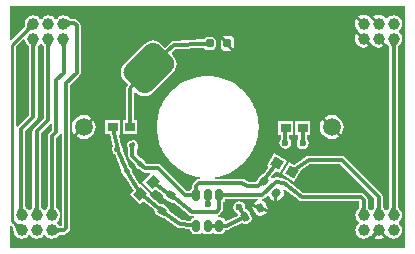
<source format=gtl>
G04*
G04 #@! TF.GenerationSoftware,Altium Limited,Altium Designer,20.1.8 (145)*
G04*
G04 Layer_Physical_Order=1*
G04 Layer_Color=255*
%FSTAX43Y43*%
%MOMM*%
G71*
G04*
G04 #@! TF.SameCoordinates,E683AD83-98AB-4380-AA0D-37E4A2E561CE*
G04*
G04*
G04 #@! TF.FilePolarity,Positive*
G04*
G01*
G75*
%ADD11C,0.250*%
G04:AMPARAMS|DCode=27|XSize=0.6mm|YSize=1mm|CornerRadius=0.15mm|HoleSize=0mm|Usage=FLASHONLY|Rotation=0.000|XOffset=0mm|YOffset=0mm|HoleType=Round|Shape=RoundedRectangle|*
%AMROUNDEDRECTD27*
21,1,0.600,0.700,0,0,0.0*
21,1,0.300,1.000,0,0,0.0*
1,1,0.300,0.150,-0.350*
1,1,0.300,-0.150,-0.350*
1,1,0.300,-0.150,0.350*
1,1,0.300,0.150,0.350*
%
%ADD27ROUNDEDRECTD27*%
G04:AMPARAMS|DCode=28|XSize=0.4mm|YSize=0.48mm|CornerRadius=0.1mm|HoleSize=0mm|Usage=FLASHONLY|Rotation=105.000|XOffset=0mm|YOffset=0mm|HoleType=Round|Shape=RoundedRectangle|*
%AMROUNDEDRECTD28*
21,1,0.400,0.280,0,0,105.0*
21,1,0.200,0.480,0,0,105.0*
1,1,0.200,0.109,0.133*
1,1,0.200,0.161,-0.060*
1,1,0.200,-0.109,-0.133*
1,1,0.200,-0.161,0.060*
%
%ADD28ROUNDEDRECTD28*%
G04:AMPARAMS|DCode=29|XSize=0.4mm|YSize=0.48mm|CornerRadius=0.1mm|HoleSize=0mm|Usage=FLASHONLY|Rotation=300.000|XOffset=0mm|YOffset=0mm|HoleType=Round|Shape=RoundedRectangle|*
%AMROUNDEDRECTD29*
21,1,0.400,0.280,0,0,300.0*
21,1,0.200,0.480,0,0,300.0*
1,1,0.200,-0.071,-0.157*
1,1,0.200,-0.171,0.017*
1,1,0.200,0.071,0.157*
1,1,0.200,0.171,-0.017*
%
%ADD29ROUNDEDRECTD29*%
%ADD30R,0.850X0.800*%
G04:AMPARAMS|DCode=31|XSize=0.8mm|YSize=0.85mm|CornerRadius=0mm|HoleSize=0mm|Usage=FLASHONLY|Rotation=60.000|XOffset=0mm|YOffset=0mm|HoleType=Round|Shape=Rectangle|*
%AMROTATEDRECTD31*
4,1,4,0.168,-0.559,-0.568,-0.134,-0.168,0.559,0.568,0.134,0.168,-0.559,0.0*
%
%ADD31ROTATEDRECTD31*%

G04:AMPARAMS|DCode=32|XSize=0.8mm|YSize=0.85mm|CornerRadius=0mm|HoleSize=0mm|Usage=FLASHONLY|Rotation=135.000|XOffset=0mm|YOffset=0mm|HoleType=Round|Shape=Rectangle|*
%AMROTATEDRECTD32*
4,1,4,0.583,0.018,-0.018,-0.583,-0.583,-0.018,0.018,0.583,0.583,0.018,0.0*
%
%ADD32ROTATEDRECTD32*%

G04:AMPARAMS|DCode=33|XSize=0.75mm|YSize=0.6mm|CornerRadius=0.15mm|HoleSize=0mm|Usage=FLASHONLY|Rotation=120.000|XOffset=0mm|YOffset=0mm|HoleType=Round|Shape=RoundedRectangle|*
%AMROUNDEDRECTD33*
21,1,0.750,0.300,0,0,120.0*
21,1,0.450,0.600,0,0,120.0*
1,1,0.300,0.017,0.270*
1,1,0.300,0.242,-0.120*
1,1,0.300,-0.017,-0.270*
1,1,0.300,-0.242,0.120*
%
%ADD33ROUNDEDRECTD33*%
G04:AMPARAMS|DCode=34|XSize=0.75mm|YSize=0.6mm|CornerRadius=0.15mm|HoleSize=0mm|Usage=FLASHONLY|Rotation=150.000|XOffset=0mm|YOffset=0mm|HoleType=Round|Shape=RoundedRectangle|*
%AMROUNDEDRECTD34*
21,1,0.750,0.300,0,0,150.0*
21,1,0.450,0.600,0,0,150.0*
1,1,0.300,-0.120,0.242*
1,1,0.300,0.270,0.017*
1,1,0.300,0.120,-0.242*
1,1,0.300,-0.270,-0.017*
%
%ADD34ROUNDEDRECTD34*%
G04:AMPARAMS|DCode=35|XSize=0.75mm|YSize=0.6mm|CornerRadius=0.15mm|HoleSize=0mm|Usage=FLASHONLY|Rotation=45.000|XOffset=0mm|YOffset=0mm|HoleType=Round|Shape=RoundedRectangle|*
%AMROUNDEDRECTD35*
21,1,0.750,0.300,0,0,45.0*
21,1,0.450,0.600,0,0,45.0*
1,1,0.300,0.265,0.053*
1,1,0.300,-0.053,-0.265*
1,1,0.300,-0.265,-0.053*
1,1,0.300,0.053,0.265*
%
%ADD35ROUNDEDRECTD35*%
G04:AMPARAMS|DCode=36|XSize=0.75mm|YSize=0.6mm|CornerRadius=0.15mm|HoleSize=0mm|Usage=FLASHONLY|Rotation=90.000|XOffset=0mm|YOffset=0mm|HoleType=Round|Shape=RoundedRectangle|*
%AMROUNDEDRECTD36*
21,1,0.750,0.300,0,0,90.0*
21,1,0.450,0.600,0,0,90.0*
1,1,0.300,0.150,0.225*
1,1,0.300,0.150,-0.225*
1,1,0.300,-0.150,-0.225*
1,1,0.300,-0.150,0.225*
%
%ADD36ROUNDEDRECTD36*%
G04:AMPARAMS|DCode=37|XSize=4mm|YSize=3mm|CornerRadius=0.75mm|HoleSize=0mm|Usage=FLASHONLY|Rotation=45.000|XOffset=0mm|YOffset=0mm|HoleType=Round|Shape=RoundedRectangle|*
%AMROUNDEDRECTD37*
21,1,4.000,1.500,0,0,45.0*
21,1,2.500,3.000,0,0,45.0*
1,1,1.500,1.414,0.354*
1,1,1.500,-0.354,-1.414*
1,1,1.500,-1.414,-0.354*
1,1,1.500,0.354,1.414*
%
%ADD37ROUNDEDRECTD37*%
%ADD38C,0.300*%
%ADD39C,1.000*%
%ADD40C,1.500*%
%ADD41C,0.600*%
%ADD42C,0.700*%
G36*
X0093607Y0106653D02*
X0093651Y0106622D01*
X0093695Y0106594D01*
X0093739Y010657D01*
X0093783Y010655D01*
X0093827Y0106533D01*
X0093871Y0106521D01*
X0093914Y0106511D01*
X0093958Y0106506D01*
X0094001Y0106504D01*
X0094033Y0106204D01*
X0093988Y0106202D01*
X0093943Y0106196D01*
X0093901Y0106185D01*
X0093859Y010617D01*
X0093818Y0106151D01*
X0093779Y0106127D01*
X0093741Y01061D01*
X0093704Y0106068D01*
X0093668Y0106032D01*
X0093633Y0105991D01*
X0093563Y0106688D01*
X0093607Y0106653D01*
D02*
G37*
G36*
X0090698Y0105804D02*
X0090637Y0105803D01*
X0090524Y0105792D01*
X0090473Y0105783D01*
X0090425Y010577D01*
X0090381Y0105754D01*
X009034Y0105735D01*
X0090302Y0105714D01*
X0090268Y0105689D01*
X0090237Y0105661D01*
X009006Y0105838D01*
X0090088Y0105869D01*
X0090113Y0105903D01*
X0090134Y0105941D01*
X0090153Y0105982D01*
X0090169Y0106026D01*
X0090182Y0106074D01*
X0090191Y0106125D01*
X0090198Y010618D01*
X0090202Y0106238D01*
X0090203Y0106299D01*
X0090698Y0105804D01*
D02*
G37*
G36*
X0092285Y0104637D02*
X0092251Y0104597D01*
X0092221Y0104557D01*
X0092195Y0104516D01*
X0092173Y0104474D01*
X0092155Y0104432D01*
X0092141Y0104389D01*
X0092131Y0104345D01*
X0092125Y0104302D01*
X0092123Y0104257D01*
X0091823D01*
X0091821Y0104302D01*
X0091815Y0104345D01*
X0091805Y0104389D01*
X0091791Y0104432D01*
X0091773Y0104474D01*
X0091751Y0104516D01*
X0091725Y0104557D01*
X0091695Y0104597D01*
X0091661Y0104637D01*
X0091623Y0104677D01*
X0092323D01*
X0092285Y0104637D01*
D02*
G37*
G36*
X0091015D02*
X0090981Y0104597D01*
X0090951Y0104557D01*
X0090925Y0104516D01*
X0090903Y0104474D01*
X0090885Y0104432D01*
X0090871Y0104389D01*
X0090861Y0104345D01*
X0090855Y0104302D01*
X0090853Y0104257D01*
X0090553D01*
X0090551Y0104302D01*
X0090545Y0104345D01*
X0090535Y0104389D01*
X0090521Y0104432D01*
X0090503Y0104474D01*
X0090481Y0104516D01*
X0090455Y0104557D01*
X0090425Y0104597D01*
X0090391Y0104637D01*
X0090353Y0104677D01*
X0091053D01*
X0091015Y0104637D01*
D02*
G37*
G36*
X009356Y0104641D02*
X0093526Y0104601D01*
X0093496Y010456D01*
X009347Y0104518D01*
X0093449Y0104476D01*
X0093431Y0104434D01*
X0093417Y0104391D01*
X0093407Y0104347D01*
X0093401Y0104303D01*
X0093399Y0104259D01*
X0093099Y0104255D01*
X0093097Y01043D01*
X0093091Y0104344D01*
X0093081Y0104387D01*
X0093067Y010443D01*
X0093049Y0104472D01*
X0093026Y0104513D01*
X0093Y0104554D01*
X009297Y0104594D01*
X0092936Y0104634D01*
X0092897Y0104673D01*
X0093597Y0104681D01*
X009356Y0104641D01*
D02*
G37*
G36*
X0090007Y010496D02*
X0090021Y0104851D01*
X0090092Y0104681D01*
X0090204Y0104535D01*
X0090215Y0104526D01*
X009024Y0104501D01*
X0090265Y0104471D01*
X0090287Y0104442D01*
X0090304Y0104413D01*
X0090319Y0104386D01*
X009033Y010436D01*
X0090338Y0104334D01*
X0090344Y0104309D01*
X0090346Y0104295D01*
Y0098556D01*
X0089397Y0097606D01*
X0089386Y0097591D01*
X0089259Y0097629D01*
Y0104392D01*
X0089873Y0105005D01*
X0090007Y010496D01*
D02*
G37*
G36*
X0092292Y0097813D02*
Y0097302D01*
X0091997Y0097006D01*
X0091919Y0096891D01*
X0091892Y0096754D01*
Y0090815D01*
X009189Y0090801D01*
X0091884Y0090776D01*
X0091876Y0090751D01*
X0091865Y0090725D01*
X009185Y0090698D01*
X0091833Y0090671D01*
X0091811Y0090642D01*
X0091786Y0090613D01*
X0091757Y0090583D01*
X0091744Y0090573D01*
X0091687Y0090499D01*
X0091529D01*
X0091472Y0090573D01*
X0091461Y0090582D01*
X0091436Y0090607D01*
X0091411Y0090637D01*
X0091389Y0090666D01*
X0091372Y0090695D01*
X0091357Y0090722D01*
X0091346Y0090748D01*
X0091338Y0090774D01*
X0091332Y0090799D01*
X009133Y0090813D01*
Y009703D01*
X0092165Y0097865D01*
X0092292Y0097813D01*
D02*
G37*
G36*
X0091474Y0104535D02*
X0091485Y0104526D01*
X009151Y0104501D01*
X0091535Y0104471D01*
X0091557Y0104442D01*
X0091574Y0104413D01*
X0091589Y0104386D01*
X00916Y010436D01*
X0091608Y0104334D01*
X0091614Y0104309D01*
X0091616Y0104295D01*
Y0098326D01*
X0090721Y009743D01*
X0090643Y0097315D01*
X0090616Y0097178D01*
Y0090813D01*
X0090614Y0090799D01*
X0090608Y0090774D01*
X00906Y0090748D01*
X0090589Y0090722D01*
X0090574Y0090695D01*
X0090557Y0090666D01*
X0090535Y0090637D01*
X009051Y0090607D01*
X0090485Y0090582D01*
X0090474Y0090573D01*
X0090417Y0090499D01*
X0090259D01*
X0090202Y0090573D01*
X0090153Y0090611D01*
X0090144Y0090623D01*
X0090109Y0090652D01*
X0090084Y0090677D01*
X0090063Y0090701D01*
X0090046Y0090724D01*
X0090032Y0090747D01*
X0090022Y0090769D01*
X0090014Y0090792D01*
X0090008Y0090815D01*
X0090006Y0090829D01*
Y0097206D01*
X0090955Y0098156D01*
X0091033Y0098271D01*
X009106Y0098408D01*
Y0104295D01*
X0091062Y0104309D01*
X0091068Y0104334D01*
X0091076Y010436D01*
X0091087Y0104386D01*
X0091102Y0104413D01*
X0091119Y0104442D01*
X0091141Y0104471D01*
X0091166Y0104501D01*
X0091191Y0104526D01*
X0091202Y0104535D01*
X0091259Y0104609D01*
X0091417D01*
X0091474Y0104535D01*
D02*
G37*
G36*
X0091125Y0090806D02*
X0091131Y0090763D01*
X0091141Y0090719D01*
X0091155Y0090676D01*
X0091173Y0090634D01*
X0091195Y0090592D01*
X0091221Y0090551D01*
X0091251Y0090511D01*
X0091285Y0090471D01*
X0091323Y0090431D01*
X0090623D01*
X0090661Y0090471D01*
X0090695Y0090511D01*
X0090725Y0090551D01*
X0090751Y0090592D01*
X0090773Y0090634D01*
X0090791Y0090676D01*
X0090805Y0090719D01*
X0090815Y0090763D01*
X0090821Y0090806D01*
X0090823Y0090851D01*
X0091123D01*
X0091125Y0090806D01*
D02*
G37*
G36*
X0092399Y0090849D02*
X0092401Y0090805D01*
X0092407Y0090761D01*
X0092417Y0090717D01*
X0092431Y0090674D01*
X0092449Y0090632D01*
X009247Y009059D01*
X0092496Y0090548D01*
X0092526Y0090507D01*
X009256Y0090467D01*
X0092597Y0090427D01*
X0091897Y0090435D01*
X0091936Y0090474D01*
X009197Y0090514D01*
X0092Y0090554D01*
X0092026Y0090595D01*
X0092049Y0090636D01*
X0092067Y0090678D01*
X0092081Y0090721D01*
X0092091Y0090764D01*
X0092097Y0090808D01*
X0092099Y0090853D01*
X0092399Y0090849D01*
D02*
G37*
G36*
X0089801Y0090819D02*
X0089808Y0090775D01*
X0089818Y0090732D01*
X0089833Y0090691D01*
X0089852Y009065D01*
X0089876Y0090611D01*
X0089904Y0090573D01*
X0089936Y0090536D01*
X0089972Y0090501D01*
X0090012Y0090467D01*
X0089316Y0090391D01*
X0089351Y0090436D01*
X008941Y0090524D01*
X0089433Y0090568D01*
X0089453Y0090612D01*
X008947Y0090656D01*
X0089483Y00907D01*
X0089492Y0090744D01*
X0089497Y0090787D01*
X0089499Y009083D01*
X0089799Y0090865D01*
X0089801Y0090819D01*
D02*
G37*
G36*
X0093055Y009699D02*
X0093092Y0096976D01*
Y0089205D01*
X0092968Y0089163D01*
X0092943Y0089169D01*
X0092917Y0089177D01*
X0092891Y0089188D01*
X0092864Y0089203D01*
X0092835Y008922D01*
X0092806Y0089242D01*
X0092776Y0089267D01*
X0092751Y0089292D01*
X0092742Y0089303D01*
X0092668Y008936D01*
Y0089518D01*
X0092742Y0089575D01*
X0092854Y0089721D01*
X0092925Y0089891D01*
X0092949Y0090074D01*
X0092925Y0090257D01*
X0092854Y0090427D01*
X0092742Y0090573D01*
X0092732Y0090581D01*
X0092712Y0090602D01*
X0092687Y0090633D01*
X0092666Y0090662D01*
X0092648Y0090691D01*
X0092633Y0090719D01*
X0092622Y0090745D01*
X0092614Y0090771D01*
X0092608Y0090797D01*
X0092606Y0090811D01*
Y0096606D01*
X0092901Y0096902D01*
X0092965Y0096997D01*
X0093055Y009699D01*
D02*
G37*
G36*
X0089268Y0089419D02*
X0089302Y0089394D01*
X008934Y0089373D01*
X0089381Y0089354D01*
X0089425Y0089338D01*
X0089473Y0089325D01*
X0089524Y0089316D01*
X0089579Y0089309D01*
X0089637Y0089305D01*
X0089698Y0089304D01*
X0089203Y0088809D01*
X0089202Y008887D01*
X0089191Y0088983D01*
X0089182Y0089034D01*
X0089169Y0089082D01*
X0089153Y0089126D01*
X0089134Y0089167D01*
X0089113Y0089205D01*
X0089088Y0089239D01*
X008906Y008927D01*
X0089237Y0089447D01*
X0089268Y0089419D01*
D02*
G37*
G36*
X009264Y0089116D02*
X009268Y0089082D01*
X009272Y0089052D01*
X0092761Y0089026D01*
X0092803Y0089004D01*
X0092845Y0088986D01*
X0092888Y0088972D01*
X0092932Y0088962D01*
X0092975Y0088956D01*
X009302Y0088954D01*
Y0088654D01*
X0092975Y0088652D01*
X0092932Y0088646D01*
X0092888Y0088636D01*
X0092845Y0088622D01*
X0092803Y0088604D01*
X0092761Y0088582D01*
X009272Y0088556D01*
X009268Y0088526D01*
X009264Y0088492D01*
X00926Y0088454D01*
Y0089154D01*
X009264Y0089116D01*
D02*
G37*
G36*
X012219Y0087313D02*
X0088708D01*
Y0089164D01*
X0088825Y0089213D01*
X0088933Y0089106D01*
X0088941Y0089094D01*
X0088953Y0089074D01*
X0088964Y008905D01*
X0088974Y0089021D01*
X0088983Y0088988D01*
X0088989Y0088954D01*
X0088998Y0088859D01*
X0088999Y0088819D01*
X0088997Y0088804D01*
X0089021Y0088621D01*
X0089092Y0088451D01*
X0089204Y0088305D01*
X008935Y0088193D01*
X008952Y0088122D01*
X0089703Y0088098D01*
X0089886Y0088122D01*
X0090056Y0088193D01*
X0090202Y0088305D01*
X0090259Y0088379D01*
X0090417D01*
X0090474Y0088305D01*
X009062Y0088193D01*
X009079Y0088122D01*
X0090973Y0088098D01*
X0091156Y0088122D01*
X0091326Y0088193D01*
X0091472Y0088305D01*
X0091529Y0088379D01*
X0091687D01*
X0091744Y0088305D01*
X009189Y0088193D01*
X009206Y0088122D01*
X0092243Y0088098D01*
X0092426Y0088122D01*
X0092596Y0088193D01*
X0092742Y0088305D01*
X0092751Y0088316D01*
X0092776Y0088341D01*
X0092806Y0088366D01*
X0092835Y0088388D01*
X0092864Y0088405D01*
X0092891Y008842D01*
X0092917Y0088431D01*
X0092943Y0088439D01*
X0092968Y0088445D01*
X0092982Y0088447D01*
X0093273D01*
X009341Y0088474D01*
X0093526Y0088552D01*
X0093701Y0088727D01*
X0093779Y0088843D01*
X0093806Y008898D01*
Y0101106D01*
X0094601Y0101902D01*
X0094679Y0102017D01*
X0094706Y0102154D01*
Y0106178D01*
X0094679Y0106315D01*
X0094601Y0106431D01*
X0094426Y0106606D01*
X009431Y0106684D01*
X0094173Y0106711D01*
X0093962D01*
X0093948Y0106713D01*
X009392Y0106718D01*
X0093892Y0106727D01*
X0093862Y0106738D01*
X0093831Y0106753D01*
X0093798Y010677D01*
X0093765Y0106791D01*
X009373Y0106816D01*
X009369Y0106848D01*
X0093673Y0106857D01*
X0093596Y0106915D01*
X0093426Y0106986D01*
X0093243Y010701D01*
X009306Y0106986D01*
X009289Y0106915D01*
X0092744Y0106803D01*
X0092687Y0106729D01*
X0092529D01*
X0092472Y0106803D01*
X0092326Y0106915D01*
X0092156Y0106986D01*
X0091973Y010701D01*
X009179Y0106986D01*
X009162Y0106915D01*
X0091474Y0106803D01*
X0091417Y0106729D01*
X0091259D01*
X0091202Y0106803D01*
X0091056Y0106915D01*
X0090886Y0106986D01*
X0090703Y010701D01*
X009052Y0106986D01*
X009035Y0106915D01*
X0090204Y0106803D01*
X0090092Y0106657D01*
X0090021Y0106487D01*
X0089997Y0106304D01*
X0089999Y0106289D01*
X0089998Y0106246D01*
X0089995Y0106199D01*
X008999Y0106157D01*
X0089983Y010612D01*
X0089974Y0106087D01*
X0089964Y0106058D01*
X0089953Y0106034D01*
X0089941Y0106014D01*
X0089933Y0106002D01*
X0088825Y0104895D01*
X0088708Y0104944D01*
Y0107795D01*
X012219D01*
Y0087313D01*
D02*
G37*
%LPC*%
G36*
X0119925Y0107065D02*
X0119728Y0107039D01*
X0119545Y0106963D01*
X0119489Y010692D01*
X0120015Y0106394D01*
X0119835Y0106214D01*
X0119252Y0106798D01*
X0119227D01*
X0119193Y0106842D01*
X0119035Y0106963D01*
X0118852Y0107039D01*
X0118655Y0107065D01*
X0118458Y0107039D01*
X0118275Y0106963D01*
X0118219Y010692D01*
X0118745Y0106394D01*
X0118565Y0106214D01*
X0118039Y010674D01*
X0117996Y0106684D01*
X011792Y0106501D01*
X0117894Y0106304D01*
X011792Y0106107D01*
X0117996Y0105924D01*
X0118117Y0105766D01*
X0118161Y0105732D01*
Y0105707D01*
X0118745Y0105124D01*
X0119328Y010454D01*
X0119354D01*
X0119387Y0104496D01*
X0119545Y0104375D01*
X0119728Y0104299D01*
X0119925Y0104273D01*
X0120122Y0104299D01*
X0120305Y0104375D01*
X0120361Y0104418D01*
X0119835Y0104944D01*
X0120015Y0105124D01*
X0120576Y0104563D01*
X0120674D01*
X0120696Y0104535D01*
X0120707Y0104526D01*
X0120732Y0104501D01*
X0120757Y0104471D01*
X0120779Y0104442D01*
X0120796Y0104413D01*
X0120811Y0104386D01*
X0120822Y010436D01*
X012083Y0104334D01*
X0120836Y0104309D01*
X0120838Y0104295D01*
Y0090813D01*
X0120836Y0090799D01*
X012083Y0090774D01*
X0120822Y0090748D01*
X0120811Y0090722D01*
X0120796Y0090695D01*
X0120779Y0090666D01*
X0120757Y0090637D01*
X0120732Y0090607D01*
X0120707Y0090582D01*
X0120696Y0090573D01*
X0120639Y0090499D01*
X0120481D01*
X0120424Y0090573D01*
X0120413Y0090582D01*
X0120388Y0090607D01*
X0120363Y0090637D01*
X0120341Y0090666D01*
X0120324Y0090695D01*
X0120309Y0090722D01*
X0120298Y0090748D01*
X012029Y0090774D01*
X0120284Y0090799D01*
X0120282Y0090813D01*
Y0091653D01*
X0120255Y009179D01*
X0120177Y0091905D01*
X0117051Y0095031D01*
X0116936Y0095109D01*
X0116799Y0095136D01*
X0114024D01*
X0113987Y0095129D01*
X011395Y0095128D01*
X011392Y0095115D01*
X0113887Y0095109D01*
X0113856Y0095088D01*
X0113822Y0095073D01*
X0112757Y0094341D01*
X0112311Y0094599D01*
X0111711Y0093559D01*
X0112793Y0092934D01*
X0113334Y0093871D01*
X0114135Y0094422D01*
X0116651D01*
X0119568Y0091505D01*
Y0090813D01*
X0119566Y0090799D01*
X011956Y0090774D01*
X0119552Y0090748D01*
X0119541Y0090722D01*
X0119526Y0090695D01*
X0119509Y0090666D01*
X0119487Y0090637D01*
X0119462Y0090607D01*
X0119437Y0090582D01*
X0119426Y0090573D01*
X0119369Y0090499D01*
X0119211D01*
X0119154Y0090573D01*
X0119141Y0090583D01*
X0119112Y0090613D01*
X0119087Y0090642D01*
X0119065Y0090671D01*
X0119048Y0090698D01*
X0119033Y0090725D01*
X0119022Y0090751D01*
X0119014Y0090776D01*
X0119008Y0090801D01*
X0119006Y0090815D01*
Y0091379D01*
X0118979Y0091516D01*
X0118901Y0091631D01*
X0118651Y0091881D01*
X0118536Y0091959D01*
X0118399Y0091986D01*
X0113545D01*
X0112141Y0093062D01*
X0112133Y0093066D01*
X0112127Y0093073D01*
X0112071Y0093097D01*
X0112016Y0093124D01*
X0112007Y0093124D01*
X0111999Y0093128D01*
X0111299Y0093278D01*
X0111267Y0093278D01*
X0111236Y0093286D01*
X0111198Y0093279D01*
X011116Y009328D01*
X011113Y0093268D01*
X0111098Y0093263D01*
X0111066Y0093243D01*
X011103Y0093229D01*
X0111017Y0093216D01*
X0110972Y0093216D01*
X011091Y0093232D01*
X0110868Y0093258D01*
X0110857Y0093287D01*
X0111251Y0093825D01*
X0111537Y0093659D01*
X0112137Y0094699D01*
X0111055Y0095324D01*
X0110455Y0094284D01*
X0110547Y0094231D01*
X0110573Y0094107D01*
X01102Y0093597D01*
X011011Y0093579D01*
X0109994Y0093502D01*
X0109676Y0093184D01*
X0109599Y0093068D01*
X0109572Y0092931D01*
X0109448Y0092911D01*
X0108916D01*
X0108541Y0093117D01*
X0108522Y0093123D01*
X0108506Y0093134D01*
X0108456Y0093144D01*
X0108408Y0093159D01*
X0108389Y0093157D01*
X0108369Y0093161D01*
X0106065D01*
X0106057Y0093288D01*
X0106275Y0093317D01*
X0106291Y0093322D01*
X0106308Y0093323D01*
X0106821Y0093461D01*
X0106836Y0093468D01*
X0106853Y0093471D01*
X0107343Y0093675D01*
X0107357Y0093684D01*
X0107374Y009369D01*
X0107833Y0093955D01*
X0107846Y0093966D01*
X0107862Y0093974D01*
X0108283Y0094297D01*
X0108294Y009431D01*
X0108308Y0094319D01*
X0108684Y0094695D01*
X0108693Y0094709D01*
X0108706Y009472D01*
X0109029Y0095141D01*
X0109037Y0095157D01*
X0109048Y009517D01*
X0109313Y0095629D01*
X0109319Y0095646D01*
X0109328Y009566D01*
X0109532Y009615D01*
X0109535Y0096167D01*
X0109542Y0096182D01*
X010968Y0096695D01*
X0109681Y0096712D01*
X0109686Y0096728D01*
X0109756Y0097255D01*
X0109755Y0097272D01*
X0109758Y0097289D01*
Y0097819D01*
X0109755Y0097836D01*
X0109756Y0097853D01*
X0109686Y009838D01*
X0109681Y0098396D01*
X010968Y0098413D01*
X0109542Y0098926D01*
X0109535Y0098941D01*
X0109532Y0098958D01*
X0109328Y0099448D01*
X0109319Y0099462D01*
X0109313Y0099479D01*
X0109048Y0099938D01*
X0109037Y0099951D01*
X0109029Y0099967D01*
X0108706Y0100388D01*
X0108693Y0100399D01*
X0108684Y0100413D01*
X0108308Y0100789D01*
X0108294Y0100798D01*
X0108283Y0100811D01*
X0107862Y0101134D01*
X0107846Y0101142D01*
X0107833Y0101153D01*
X0107374Y0101418D01*
X0107357Y0101424D01*
X0107343Y0101433D01*
X0106853Y0101637D01*
X0106836Y010164D01*
X0106821Y0101647D01*
X0106308Y0101785D01*
X0106291Y0101786D01*
X0106275Y0101791D01*
X0105748Y0101861D01*
X0105731Y010186D01*
X0105714Y0101863D01*
X0105184D01*
X0105167Y010186D01*
X010515Y0101861D01*
X0104623Y0101791D01*
X0104607Y0101786D01*
X010459Y0101785D01*
X0104077Y0101647D01*
X0104062Y010164D01*
X0104045Y0101637D01*
X0103555Y0101433D01*
X0103541Y0101424D01*
X0103524Y0101418D01*
X0103065Y0101153D01*
X0103052Y0101142D01*
X0103036Y0101134D01*
X0102615Y0100811D01*
X0102604Y0100798D01*
X010259Y0100789D01*
X0102214Y0100413D01*
X0102205Y0100399D01*
X0102192Y0100388D01*
X0101869Y0099967D01*
X0101861Y0099951D01*
X010185Y0099938D01*
X0101585Y0099479D01*
X0101579Y0099462D01*
X010157Y0099448D01*
X0101366Y0098958D01*
X0101363Y0098941D01*
X0101356Y0098926D01*
X0101218Y0098413D01*
X0101217Y0098396D01*
X0101212Y009838D01*
X0101142Y0097853D01*
X0101143Y0097836D01*
X010114Y0097819D01*
Y0097289D01*
X0101143Y0097272D01*
X0101142Y0097255D01*
X0101212Y0096728D01*
X0101217Y0096712D01*
X0101218Y0096695D01*
X0101356Y0096182D01*
X0101363Y0096167D01*
X0101366Y009615D01*
X010157Y009566D01*
X0101579Y0095646D01*
X0101585Y0095629D01*
X010185Y009517D01*
X0101861Y0095157D01*
X0101869Y0095141D01*
X0102192Y009472D01*
X0102205Y0094709D01*
X0102214Y0094695D01*
X010259Y0094319D01*
X0102604Y009431D01*
X0102615Y0094297D01*
X0103036Y0093974D01*
X0103052Y0093966D01*
X0103065Y0093955D01*
X0103524Y009369D01*
X0103541Y0093684D01*
X0103555Y0093675D01*
X0104045Y0093471D01*
X0104062Y0093468D01*
X0104077Y0093461D01*
X010459Y0093323D01*
X0104607Y0093322D01*
X0104623Y0093317D01*
X0104841Y0093288D01*
X0104833Y0093161D01*
X0104724D01*
X0104587Y0093134D01*
X0104472Y0093056D01*
X0104247Y0092831D01*
X0104169Y0092716D01*
X0104142Y0092579D01*
Y0092437D01*
X0104097Y0092406D01*
X0104019Y0092291D01*
X0103994Y0092161D01*
X0103672D01*
X0101526Y0094306D01*
X0101411Y0094384D01*
X0101274Y0094411D01*
X0100298D01*
X0100217Y0094493D01*
X0100182Y0094595D01*
X0100082Y0094769D01*
X0100003Y0094858D01*
X0099896Y0094911D01*
X0099791Y0094918D01*
X0099443Y0095266D01*
Y0095708D01*
X0099513Y0095787D01*
X0099551Y00959D01*
X0099543Y0096019D01*
X0099491Y0096212D01*
X0099439Y0096319D01*
X0099349Y0096398D01*
X0099236Y0096436D01*
X0099117Y0096428D01*
X0098846Y0096356D01*
X0098739Y0096303D01*
X009866Y0096213D01*
X0098622Y00961D01*
X009863Y0095981D01*
X0098682Y0095788D01*
X009873Y0095691D01*
Y0095118D01*
X0098757Y0094982D01*
X0098834Y0094866D01*
X0099275Y0094425D01*
X0099309Y0094323D01*
X0099409Y0094149D01*
X0099488Y009406D01*
X0099595Y0094007D01*
X00997Y0094D01*
X0099898Y0093802D01*
X0100014Y0093724D01*
X0100151Y0093697D01*
X0100553D01*
X0100601Y009358D01*
X009992Y0092899D01*
X0100769Y009205D01*
X0101015Y0092296D01*
X0101701Y0091778D01*
X0101709Y0091644D01*
X0101771Y0091519D01*
X0101876Y0091427D01*
X0102265Y0091202D01*
X0102397Y0091157D01*
X0102499Y0091164D01*
X0103865Y0090098D01*
X0103908Y0090076D01*
X0103948Y0090049D01*
X010397Y0090045D01*
X010399Y0090035D01*
X0104038Y0090032D01*
X0104085Y0090022D01*
X0104258D01*
X010427Y0089895D01*
X0104212Y0089884D01*
X0104097Y0089806D01*
X0104019Y0089691D01*
X0104003Y0089608D01*
X0103278Y0089675D01*
X0102196Y0090449D01*
X0102189Y0090564D01*
X0102127Y0090689D01*
X0102022Y0090781D01*
X0101633Y0091006D01*
X0101501Y0091051D01*
X0101404Y0091044D01*
X0100563Y0091711D01*
X0100556Y0091838D01*
X0100628Y0091909D01*
X0099779Y0092758D01*
X0099773Y0092752D01*
X0099647Y0092767D01*
X009907Y0093717D01*
X0099077Y0093822D01*
X0099039Y0093935D01*
X0098939Y0094109D01*
X009886Y0094198D01*
X009881Y0094223D01*
X0098261Y0095514D01*
X0098276Y0095558D01*
X0098268Y0095677D01*
X0098216Y009587D01*
X0098163Y0095977D01*
X0098099Y0096034D01*
X0097931Y0096856D01*
X0098011Y0096954D01*
X0098049D01*
Y0098154D01*
X0096799D01*
Y0096954D01*
X0097182D01*
X00974Y0095888D01*
X0097385Y0095871D01*
X0097347Y0095758D01*
X0097355Y0095639D01*
X0097407Y0095446D01*
X0097459Y0095339D01*
X0097549Y009526D01*
X00976Y0095243D01*
X0098156Y0093936D01*
X0098136Y0093895D01*
X0098128Y0093776D01*
X0098166Y0093663D01*
X0098266Y0093489D01*
X0098345Y00934D01*
X0098452Y0093347D01*
X009846Y0093346D01*
X0099181Y0092159D01*
X0098895Y0091874D01*
X0099744Y0091025D01*
X0099981Y0091262D01*
X0100953Y0090491D01*
X010095Y0090484D01*
X0100959Y0090345D01*
X0101021Y009022D01*
X0101126Y0090128D01*
X0101515Y0089903D01*
X0101647Y0089858D01*
X0101782Y0089867D01*
X0102942Y0089039D01*
X0102964Y0089029D01*
X0102983Y0089013D01*
X0103027Y0089D01*
X0103068Y0088981D01*
X0103093Y0088981D01*
X0103116Y0088974D01*
X0103992Y0088893D01*
Y0088854D01*
X0104019Y0088717D01*
X0104097Y0088602D01*
X0104212Y0088524D01*
X0104349Y0088497D01*
X0104649D01*
X0104786Y0088524D01*
X0104896Y0088598D01*
X010493Y0088615D01*
X0105018D01*
X0105052Y0088598D01*
X0105162Y0088524D01*
X0105299Y0088497D01*
X0105599D01*
X0105736Y0088524D01*
X0105846Y0088598D01*
X010588Y0088615D01*
X0105968D01*
X0106002Y0088598D01*
X0106112Y0088524D01*
X0106249Y0088497D01*
X0106549D01*
X0106686Y0088524D01*
X0106801Y0088602D01*
X0106879Y0088717D01*
X0106904Y0088847D01*
X0107099D01*
X0107112Y008885D01*
X0107124Y0088848D01*
X0107179Y0088863D01*
X0107236Y0088874D01*
X0107246Y0088881D01*
X0107259Y0088885D01*
X0108342Y0089427D01*
X0108365Y0089401D01*
X010849Y0089339D01*
X0108629Y008933D01*
X010876Y0089375D01*
X010902Y0089525D01*
X0109125Y0089617D01*
X0109187Y0089742D01*
X0109196Y0089881D01*
X0109151Y0090013D01*
X0108926Y0090402D01*
X0108834Y0090507D01*
X0108709Y0090569D01*
X0108632Y0090691D01*
X0108643Y0090744D01*
X0108604Y009094D01*
X0108493Y0091105D01*
X0108328Y0091215D01*
X0108133Y0091254D01*
X0107938Y0091215D01*
X0107772Y0091105D01*
X0107662Y009094D01*
X0107623Y0090744D01*
X0107662Y0090549D01*
X0107772Y0090384D01*
X0107938Y0090274D01*
X0108007Y0090174D01*
X0107984Y0090045D01*
X0107025Y0089566D01*
X0106896Y0089603D01*
X0106879Y0089691D01*
X0106801Y0089806D01*
X0106686Y0089884D01*
X0106549Y0089911D01*
X0106318D01*
X0106296Y0090038D01*
X0106304Y0090041D01*
X0106348Y0090049D01*
X0106369Y0090063D01*
X0106393Y0090072D01*
X0106427Y0090102D01*
X0106464Y0090127D01*
X0106478Y0090148D01*
X0106497Y0090165D01*
X0106684Y0090415D01*
X0106704Y0090455D01*
X0106729Y0090492D01*
X0106734Y0090517D01*
X0106745Y009054D01*
X0106747Y0090585D01*
X0106756Y0090629D01*
Y0091171D01*
X0106801Y0091202D01*
X0106879Y0091317D01*
X0106905Y0091451D01*
X0109725Y009147D01*
X0109747Y0091343D01*
X010971Y0091331D01*
X010945Y0091181D01*
X0109329Y0091075D01*
X0109316Y0091047D01*
X0109894Y0090892D01*
X0109828Y0090646D01*
X010925Y0090801D01*
X0109248Y009077D01*
X0109299Y0090618D01*
X0109524Y0090228D01*
X010963Y0090107D01*
X0109775Y0090036D01*
X0109935Y0090026D01*
X0110087Y0090077D01*
X0110347Y0090227D01*
X0110468Y0090333D01*
X0110482Y0090361D01*
X0109903Y0090516D01*
X0109969Y0090762D01*
X0110547Y0090607D01*
X0110549Y0090638D01*
X0110498Y009079D01*
X0110273Y009118D01*
X0110167Y0091301D01*
X0110067Y009135D01*
X011009Y009148D01*
X0110113Y0091485D01*
X0110175Y0091495D01*
X0110181Y0091499D01*
X0110188Y00915D01*
X011024Y0091535D01*
X0110293Y0091568D01*
X0110488Y0091752D01*
X011057Y0091725D01*
X0110618Y0091699D01*
X0110698Y0091579D01*
X011091Y0091367D01*
X0111044Y0091278D01*
X0111074Y0091272D01*
Y0091871D01*
X0111328D01*
Y0091272D01*
X0111359Y0091278D01*
X0111493Y0091367D01*
X0111811Y0091685D01*
X01119Y0091819D01*
X0111931Y0091977D01*
X01119Y0092134D01*
X0111827Y0092244D01*
X0111921Y0092332D01*
X0113207Y0091346D01*
X0113249Y0091325D01*
X0113287Y0091299D01*
X0113311Y0091295D01*
X0113332Y0091284D01*
X0113378Y0091281D01*
X0113424Y0091272D01*
X0118251D01*
X0118292Y0091231D01*
Y0090811D01*
X011829Y0090797D01*
X0118284Y0090771D01*
X0118276Y0090745D01*
X0118265Y0090719D01*
X011825Y0090691D01*
X0118232Y0090662D01*
X0118211Y0090633D01*
X0118186Y0090602D01*
X0118166Y0090581D01*
X0118156Y0090573D01*
X0118044Y0090427D01*
X0117973Y0090257D01*
X0117949Y0090074D01*
X0117973Y0089891D01*
X0118044Y0089721D01*
X0118156Y0089575D01*
X011823Y0089518D01*
Y008936D01*
X0118156Y0089303D01*
X0118044Y0089157D01*
X0117973Y0088987D01*
X0117949Y0088804D01*
X0117973Y0088621D01*
X0118044Y0088451D01*
X0118156Y0088305D01*
X0118302Y0088193D01*
X0118472Y0088122D01*
X0118655Y0088098D01*
X0118838Y0088122D01*
X0119008Y0088193D01*
X0119154Y0088305D01*
X0119176Y0088333D01*
X011932D01*
X0119299Y0088355D01*
X0119329Y0088387D01*
X0119355Y0088421D01*
X0119378Y0088456D01*
X0119397Y0088493D01*
X0119412Y0088531D01*
X0119423Y008857D01*
X011943Y008861D01*
X0119434Y0088651D01*
X0119433Y0088694D01*
X0119429Y0088738D01*
X0119859Y0088308D01*
X0119815Y0088312D01*
X0119772Y0088313D01*
X0119731Y0088309D01*
X0119691Y0088302D01*
X0119652Y0088291D01*
X0119614Y0088276D01*
X0119577Y0088257D01*
X0119542Y0088234D01*
X0119508Y0088208D01*
X0119488Y0088189D01*
X0119545Y0088145D01*
X0119728Y0088069D01*
X0119925Y0088043D01*
X0120122Y0088069D01*
X0120305Y0088145D01*
X0120361Y0088188D01*
X0119835Y0088714D01*
X0120015Y0088894D01*
X0120576Y0088333D01*
X0120674D01*
X0120696Y0088305D01*
X0120842Y0088193D01*
X0121012Y0088122D01*
X0121195Y0088098D01*
X0121378Y0088122D01*
X0121548Y0088193D01*
X0121694Y0088305D01*
X0121806Y0088451D01*
X0121877Y0088621D01*
X0121901Y0088804D01*
X0121877Y0088987D01*
X0121806Y0089157D01*
X0121694Y0089303D01*
X012162Y008936D01*
Y0089518D01*
X0121694Y0089575D01*
X0121806Y0089721D01*
X0121877Y0089891D01*
X0121901Y0090074D01*
X0121877Y0090257D01*
X0121806Y0090427D01*
X0121694Y0090573D01*
X0121683Y0090582D01*
X0121658Y0090607D01*
X0121633Y0090637D01*
X0121611Y0090666D01*
X0121594Y0090695D01*
X0121579Y0090722D01*
X0121568Y0090748D01*
X012156Y0090774D01*
X0121554Y0090799D01*
X0121552Y0090813D01*
Y0104295D01*
X0121554Y0104309D01*
X012156Y0104334D01*
X0121568Y010436D01*
X0121579Y0104386D01*
X0121594Y0104413D01*
X0121611Y0104442D01*
X0121633Y0104471D01*
X0121658Y0104501D01*
X0121683Y0104526D01*
X0121694Y0104535D01*
X0121806Y0104681D01*
X0121877Y0104851D01*
X0121901Y0105034D01*
X0121877Y0105217D01*
X0121806Y0105387D01*
X0121694Y0105533D01*
X012162Y010559D01*
Y0105748D01*
X0121694Y0105805D01*
X0121806Y0105951D01*
X0121877Y0106121D01*
X0121901Y0106304D01*
X0121877Y0106487D01*
X0121806Y0106657D01*
X0121694Y0106803D01*
X0121548Y0106915D01*
X0121378Y0106986D01*
X0121195Y010701D01*
X0121012Y0106986D01*
X0120842Y0106915D01*
X0120696Y0106803D01*
X0120674Y0106775D01*
X0120514D01*
X0120463Y0106842D01*
X0120305Y0106963D01*
X0120122Y0107039D01*
X0119925Y0107065D01*
D02*
G37*
G36*
X0107274Y0105266D02*
X0106974D01*
X0106816Y0105235D01*
X010679Y0105217D01*
X0107214Y0104794D01*
X0107034Y0104614D01*
X0106611Y0105038D01*
X0106593Y0105012D01*
X0106562Y0104854D01*
Y0104404D01*
X0106593Y0104246D01*
X0106683Y0104113D01*
X0106816Y0104023D01*
X0106974Y0103992D01*
X0107274D01*
X0107432Y0104023D01*
X0107458Y0104041D01*
X0107034Y0104464D01*
X0107214Y0104644D01*
X0107637Y010422D01*
X0107655Y0104246D01*
X0107686Y0104404D01*
Y0104854D01*
X0107655Y0105012D01*
X0107565Y0105145D01*
X0107432Y0105235D01*
X0107274Y0105266D01*
D02*
G37*
G36*
X0105774Y0105211D02*
X0105474D01*
X0105337Y0105184D01*
X0105222Y0105106D01*
X0105144Y0104991D01*
X0105139Y0104962D01*
X0102556Y0104835D01*
X0102505Y0104822D01*
X0102452Y0104814D01*
X0102438Y0104806D01*
X0102421Y0104802D01*
X0102378Y010477D01*
X0102333Y0104742D01*
X0101825Y0104276D01*
X010148Y0104621D01*
X0101282Y0104773D01*
X0101051Y0104869D01*
X0100803Y0104901D01*
X0100555Y0104869D01*
X0100323Y0104773D01*
X0100125Y0104621D01*
X0098357Y0102853D01*
X0098205Y0102655D01*
X0098109Y0102423D01*
X0098077Y0102175D01*
X0098109Y0101927D01*
X0098205Y0101696D01*
X0098357Y0101498D01*
X0098717Y0101138D01*
X0098609Y0101018D01*
X0098578Y0100966D01*
X0098544Y0100916D01*
X0098542Y0100906D01*
X0098538Y0100898D01*
X0098529Y0100838D01*
X0098517Y0100779D01*
Y0098154D01*
X0098249D01*
Y0096954D01*
X0099499D01*
Y0098154D01*
X0099231D01*
Y0100458D01*
X0099348Y0100507D01*
X0099418Y0100437D01*
X0099616Y0100285D01*
X0099847Y0100189D01*
X0100095Y0100157D01*
X0100343Y0100189D01*
X0100575Y0100285D01*
X0100773Y0100437D01*
X0102541Y0102205D01*
X0102693Y0102403D01*
X0102789Y0102635D01*
X0102821Y0102883D01*
X0102789Y0103131D01*
X0102693Y0103362D01*
X0102541Y010356D01*
X0102395Y0103706D01*
X0102398Y0103833D01*
X010272Y0104129D01*
X0105157Y0104249D01*
X0105222Y0104152D01*
X0105337Y0104074D01*
X0105474Y0104047D01*
X0105774D01*
X0105911Y0104074D01*
X0106026Y0104152D01*
X0106104Y0104267D01*
X0106131Y0104404D01*
Y0104854D01*
X0106104Y0104991D01*
X0106026Y0105106D01*
X0105911Y0105184D01*
X0105774Y0105211D01*
D02*
G37*
G36*
X0118039Y010547D02*
X0117996Y0105414D01*
X011792Y0105231D01*
X0117894Y0105034D01*
X011792Y0104837D01*
X0117996Y0104654D01*
X0118117Y0104496D01*
X0118275Y0104375D01*
X0118458Y0104299D01*
X0118655Y0104273D01*
X0118852Y0104299D01*
X0119035Y0104375D01*
X0119091Y0104418D01*
X0118565Y0104944D01*
X0118039Y010547D01*
D02*
G37*
G36*
X0115949Y0098567D02*
X0115687Y0098532D01*
X0115443Y0098431D01*
X0115335Y0098348D01*
X0116039Y0097644D01*
X0116743Y009694D01*
X0116826Y0097048D01*
X0116927Y0097292D01*
X0116962Y0097554D01*
X0116927Y0097816D01*
X0116826Y009806D01*
X0116665Y009827D01*
X0116455Y0098431D01*
X0116211Y0098532D01*
X0115949Y0098567D01*
D02*
G37*
G36*
X0094949D02*
X0094687Y0098532D01*
X0094443Y0098431D01*
X0094233Y009827D01*
X0094072Y009806D01*
X0093971Y0097816D01*
X0093936Y0097554D01*
X0093971Y0097292D01*
X0094072Y0097048D01*
X0094155Y009694D01*
X0094859Y0097644D01*
X0095563Y0098348D01*
X0095455Y0098431D01*
X0095211Y0098532D01*
X0094949Y0098567D01*
D02*
G37*
G36*
X0115155Y0098168D02*
X0115072Y009806D01*
X0114971Y0097816D01*
X0114936Y0097554D01*
X0114971Y0097292D01*
X0115072Y0097048D01*
X0115233Y0096838D01*
X0115443Y0096677D01*
X0115687Y0096576D01*
X0115949Y0096541D01*
X0116211Y0096576D01*
X0116455Y0096677D01*
X0116563Y009676D01*
X0115859Y0097464D01*
X0115155Y0098168D01*
D02*
G37*
G36*
X0095743Y0098168D02*
X0095039Y0097464D01*
X0094335Y009676D01*
X0094443Y0096677D01*
X0094687Y0096576D01*
X0094949Y0096541D01*
X0095211Y0096576D01*
X0095455Y0096677D01*
X0095665Y0096838D01*
X0095826Y0097048D01*
X0095927Y0097292D01*
X0095962Y0097554D01*
X0095927Y0097816D01*
X0095826Y009806D01*
X0095743Y0098168D01*
D02*
G37*
G36*
X0112674Y0098054D02*
X0111424D01*
Y0096854D01*
X0111667D01*
Y0096587D01*
X0111666Y0096581D01*
X0111664Y0096567D01*
X0111664Y0096565D01*
X0111664Y0096564D01*
X0111553Y0096399D01*
X0111514Y0096204D01*
X0111553Y0096009D01*
X0111664Y0095844D01*
X0111829Y0095733D01*
X0112024Y0095694D01*
X0112219Y0095733D01*
X0112384Y0095844D01*
X0112495Y0096009D01*
X0112534Y0096204D01*
X0112495Y0096399D01*
X0112384Y0096564D01*
X0112384Y0096565D01*
X0112384Y0096567D01*
X0112382Y0096578D01*
X0112381Y0096592D01*
Y0096854D01*
X0112674D01*
Y0098054D01*
D02*
G37*
G36*
X0114124D02*
X0112874D01*
Y0096854D01*
X0113142D01*
Y0096562D01*
X0113141Y0096556D01*
X0113139Y0096542D01*
X0113139Y009654D01*
X0113139Y0096539D01*
X0113028Y0096374D01*
X0112989Y0096179D01*
X0113028Y0095984D01*
X0113139Y0095819D01*
X0113304Y0095708D01*
X0113499Y0095669D01*
X0113694Y0095708D01*
X0113859Y0095819D01*
X011397Y0095984D01*
X0114009Y0096179D01*
X011397Y0096374D01*
X0113859Y0096539D01*
X0113859Y009654D01*
X0113859Y0096542D01*
X0113857Y0096553D01*
X0113856Y0096567D01*
Y0096854D01*
X0114124D01*
Y0098054D01*
D02*
G37*
%LPD*%
G36*
X0121507Y0104637D02*
X0121473Y0104597D01*
X0121443Y0104557D01*
X0121417Y0104516D01*
X0121395Y0104474D01*
X0121377Y0104432D01*
X0121363Y0104389D01*
X0121353Y0104345D01*
X0121347Y0104302D01*
X0121345Y0104257D01*
X0121045D01*
X0121043Y0104302D01*
X0121037Y0104345D01*
X0121027Y0104389D01*
X0121013Y0104432D01*
X0120995Y0104474D01*
X0120973Y0104516D01*
X0120947Y0104557D01*
X0120917Y0104597D01*
X0120883Y0104637D01*
X0120845Y0104677D01*
X0121545D01*
X0121507Y0104637D01*
D02*
G37*
G36*
X0105612Y0091416D02*
X0105618Y0091358D01*
X0105623Y0091332D01*
X010563Y0091309D01*
X0105637Y0091288D01*
X0105645Y0091269D01*
X0105655Y0091252D01*
X0105665Y0091237D01*
X0105677Y0091225D01*
X0105257Y0091212D01*
X0105268Y0091225D01*
X0105278Y009124D01*
X0105287Y0091258D01*
X0105294Y0091277D01*
X01053Y0091299D01*
X0105304Y0091323D01*
X0105308Y0091348D01*
X010531Y0091376D01*
X010531Y0091439D01*
X010561Y0091448D01*
X0105612Y0091416D01*
D02*
G37*
G36*
X0121347Y0090806D02*
X0121353Y0090763D01*
X0121363Y0090719D01*
X0121377Y0090676D01*
X0121395Y0090634D01*
X0121417Y0090592D01*
X0121443Y0090551D01*
X0121473Y0090511D01*
X0121507Y0090471D01*
X0121545Y0090431D01*
X0120845D01*
X0120883Y0090471D01*
X0120917Y0090511D01*
X0120947Y0090551D01*
X0120973Y0090592D01*
X0120995Y0090634D01*
X0121013Y0090676D01*
X0121027Y0090719D01*
X0121037Y0090763D01*
X0121043Y0090806D01*
X0121045Y0090851D01*
X0121345D01*
X0121347Y0090806D01*
D02*
G37*
G36*
X0120077D02*
X0120083Y0090763D01*
X0120093Y0090719D01*
X0120107Y0090676D01*
X0120125Y0090634D01*
X0120147Y0090592D01*
X0120173Y0090551D01*
X0120203Y0090511D01*
X0120237Y0090471D01*
X0120275Y0090431D01*
X0119575D01*
X0119613Y0090471D01*
X0119647Y0090511D01*
X0119677Y0090551D01*
X0119703Y0090592D01*
X0119725Y0090634D01*
X0119743Y0090676D01*
X0119757Y0090719D01*
X0119767Y0090763D01*
X0119773Y0090806D01*
X0119775Y0090851D01*
X0120075D01*
X0120077Y0090806D01*
D02*
G37*
G36*
X0118801Y0090808D02*
X0118807Y0090764D01*
X0118817Y0090721D01*
X0118831Y0090678D01*
X0118849Y0090636D01*
X0118872Y0090595D01*
X0118898Y0090554D01*
X0118928Y0090514D01*
X0118962Y0090474D01*
X0119001Y0090435D01*
X0118301Y0090427D01*
X0118338Y0090467D01*
X0118372Y0090507D01*
X0118402Y0090548D01*
X0118428Y009059D01*
X0118449Y0090632D01*
X0118467Y0090674D01*
X0118481Y0090717D01*
X0118491Y0090761D01*
X0118497Y0090805D01*
X0118499Y0090849D01*
X0118799Y0090853D01*
X0118801Y0090808D01*
D02*
G37*
G36*
X0108419Y009065D02*
X0108418Y0090632D01*
X0108419Y0090612D01*
X0108422Y0090592D01*
X0108427Y009057D01*
X0108435Y0090547D01*
X0108444Y0090523D01*
X0108456Y0090497D01*
X0108486Y0090442D01*
X0108227Y0090289D01*
X010821Y0090317D01*
X0108177Y0090365D01*
X010816Y0090385D01*
X0108143Y0090402D01*
X0108127Y0090417D01*
X010811Y009043D01*
X0108094Y009044D01*
X0108077Y0090448D01*
X0108061Y0090453D01*
X0108423Y0090667D01*
X0108419Y009065D01*
D02*
G37*
G36*
X0112175Y0096612D02*
X0112179Y0096553D01*
X0112184Y0096528D01*
X0112189Y0096504D01*
X0112196Y0096483D01*
X0112203Y0096463D01*
X0112212Y0096446D01*
X0112223Y0096431D01*
X0112234Y0096418D01*
X0111814D01*
X0111825Y0096431D01*
X0111836Y0096446D01*
X0111845Y0096463D01*
X0111852Y0096483D01*
X0111859Y0096504D01*
X0111864Y0096528D01*
X0111869Y0096553D01*
X0111872Y0096581D01*
X0111874Y0096644D01*
X0112174D01*
X0112175Y0096612D01*
D02*
G37*
G36*
X011365Y0096587D02*
X0113654Y0096528D01*
X0113659Y0096503D01*
X0113664Y0096479D01*
X0113671Y0096458D01*
X0113678Y0096438D01*
X0113687Y0096421D01*
X0113698Y0096406D01*
X0113709Y0096393D01*
X0113289D01*
X01133Y0096406D01*
X0113311Y0096421D01*
X011332Y0096438D01*
X0113327Y0096458D01*
X0113334Y0096479D01*
X0113339Y0096503D01*
X0113344Y0096528D01*
X0113347Y0096556D01*
X0113349Y0096619D01*
X0113649D01*
X011365Y0096587D01*
D02*
G37*
D11*
X0088928Y0104529D02*
X0090703Y0106304D01*
X0088928Y0089579D02*
X0089703Y0088804D01*
X0088928Y0089579D02*
Y0104529D01*
X0119387Y0088266D02*
X0119925Y0088804D01*
D27*
X0106399Y0091804D02*
D03*
X0105449D02*
D03*
X0104499D02*
D03*
X0104499Y0089204D02*
D03*
X0105449Y0089204D02*
D03*
X0106399D02*
D03*
D28*
X0099087Y0096D02*
D03*
X0097811Y0095658D02*
D03*
D29*
X0098602Y0093799D02*
D03*
X0099746Y0094459D02*
D03*
D30*
X0113499Y0097454D02*
D03*
X0112049D02*
D03*
X0097424Y0097554D02*
D03*
X0098874D02*
D03*
D31*
X0111296Y0094492D02*
D03*
X0112552Y0093767D02*
D03*
D32*
X0099761Y0091891D02*
D03*
X0100787Y0092917D02*
D03*
D33*
X0108599Y0089954D02*
D03*
X0109899Y0090704D02*
D03*
D34*
X0101574Y0090454D02*
D03*
X0102324Y0091754D02*
D03*
D35*
X0110194Y0092984D02*
D03*
X0111254Y0091924D02*
D03*
D36*
X0105624Y0104629D02*
D03*
X0107124D02*
D03*
D37*
X0100449Y0102529D02*
D03*
D38*
X0089649Y0090128D02*
X0089703Y0090074D01*
X0089649Y0090128D02*
Y0097354D01*
X0090703Y0098408D01*
X0108133Y0090744D02*
X0108599Y0089954D01*
X0121195Y0090074D02*
Y0105034D01*
X0090703Y0098408D02*
Y0105034D01*
X0093449Y008898D02*
Y0101254D01*
X0092243Y0088804D02*
X0093273D01*
X0093449Y008898D01*
Y0101254D02*
X0094349Y0102154D01*
X0093293Y0106354D02*
X0094173D01*
X0094349Y0106178D01*
Y0102154D02*
Y0106178D01*
X0093243Y0106304D02*
X0093293Y0106354D01*
X0092649Y0101554D02*
X0093249Y0102154D01*
X0093243Y0105034D02*
X0093249Y0105028D01*
Y0102154D02*
Y0105028D01*
X0092649Y0097154D02*
Y0101554D01*
X0093243Y0105034D02*
X0093243D01*
X0092249Y0096754D02*
X0092649Y0097154D01*
X0092243Y0090074D02*
X0092249Y009008D01*
Y0096754D01*
X0090973Y0090074D02*
Y0097178D01*
X0091973Y0098178D02*
Y0105034D01*
X0090973Y0097178D02*
X0091973Y0098178D01*
X0118649Y009008D02*
X0118655Y0090074D01*
X0118649Y009008D02*
Y0091379D01*
X0113424Y0091629D02*
X0118399D01*
X0118649Y0091379D01*
X0119925Y0090074D02*
Y0091653D01*
X0116799Y0094779D02*
X0119925Y0091653D01*
X0099002Y0100922D02*
X0100449Y0102529D01*
X0102042Y0103991D01*
X0102418Y0091681D02*
X0102751Y0091421D01*
X0102324Y0091754D02*
X0102474D01*
X0100787Y0092917D02*
X0101161D01*
X0099087Y0095118D02*
Y0096D01*
Y0095118D02*
X0099746Y0094459D01*
X0100151Y0094054D01*
X0101274D01*
X0103524Y0091804D02*
X0104499D01*
X0101274Y0094054D02*
X0103524Y0091804D01*
X0104499D02*
Y0092579D01*
X0104724Y0092804D01*
X0097811Y0095658D02*
X0097953Y0095327D01*
X0098462Y009413D01*
X0098602Y0093799D01*
X0098788Y0093493D01*
X009947Y0092371D02*
X0099761Y0091891D01*
X0098788Y0093493D02*
X009947Y0092371D01*
X0099761Y0091891D02*
X0100194Y0091548D01*
X010115Y0090791D02*
X0101574Y0090454D01*
X0100194Y0091548D02*
X010115Y0090791D01*
X0101574Y0090454D02*
X0102013Y0090141D01*
X0103149Y0089329D01*
X0104037Y0089247D02*
X0104499Y0089204D01*
X0103149Y0089329D02*
X0104037Y0089247D01*
X0105449Y0091804D02*
X010547Y0091142D01*
X0105474Y0091004D01*
X0106399Y0090629D02*
Y0091804D01*
X0102324Y0091754D02*
X0102418Y0091681D01*
X0101893Y009208D02*
X0102324Y0091754D01*
X0100787Y0092917D02*
X0101228Y0092582D01*
X0101893Y009208D01*
X0105449Y0089204D02*
X0106399D01*
X009774Y009601D02*
X0097811Y0095658D01*
X0097424Y0097554D02*
X0097536Y0097007D01*
X009774Y009601D01*
X0098874Y0097554D02*
Y0100779D01*
X0099002Y0100922D01*
X0105162Y0104606D02*
X0105624Y0104629D01*
X0102574Y0104479D02*
X0105162Y0104606D01*
X0102042Y0103991D02*
X0102574Y0104479D01*
X0110194Y0092984D02*
X0110514Y0093422D01*
X011097Y0094046D02*
X0111296Y0094492D01*
X0110514Y0093422D02*
X011097Y0094046D01*
X0106399Y0091804D02*
X0106861Y0091807D01*
X0110049Y0091829D01*
X0111224Y0092929D01*
X0111924Y0092779D01*
X0113424Y0091629D01*
X0104724Y0092804D02*
X0108369D01*
X0109788Y0092631D02*
X0110194Y0092984D01*
X0109699Y0092554D02*
X0109788Y0092631D01*
X0108824Y0092554D02*
X0109699D01*
X0108369Y0092804D02*
X0108824Y0092554D01*
X0106399Y0089204D02*
X0107099D01*
X0108185Y0089747D02*
X0108599Y0089954D01*
X0107099Y0089204D02*
X0108185Y0089747D01*
X0102751Y0091421D02*
X0104085Y0090379D01*
X0106212D01*
X0106399Y0090629D01*
X0112552Y0093767D02*
X0113041Y0094103D01*
X0114024Y0094779D01*
X0116799D01*
X0112024Y0096204D02*
Y0097429D01*
X0112049Y0097454D01*
X0113499Y0096179D02*
Y0097454D01*
D39*
X0089703Y0088804D02*
D03*
Y0090074D02*
D03*
X0090973Y0088804D02*
D03*
Y0090074D02*
D03*
X0092243Y0088804D02*
D03*
Y0090074D02*
D03*
X0093243Y0106304D02*
D03*
Y0105034D02*
D03*
X0091973Y0106304D02*
D03*
Y0105034D02*
D03*
X0090703Y0106304D02*
D03*
Y0105034D02*
D03*
X0118655Y0088804D02*
D03*
Y0090074D02*
D03*
X0119925Y0088804D02*
D03*
Y0090074D02*
D03*
X0121195Y0088804D02*
D03*
Y0090074D02*
D03*
Y0106304D02*
D03*
Y0105034D02*
D03*
X0119925Y0106304D02*
D03*
Y0105034D02*
D03*
X0118655Y0106304D02*
D03*
Y0105034D02*
D03*
D40*
X0115949Y0097554D02*
D03*
X0094949D02*
D03*
D41*
X0089799Y0103454D02*
D03*
X0089574Y0098254D02*
D03*
X0091624Y0091629D02*
D03*
Y0096754D02*
D03*
X0090299Y0091554D02*
D03*
X0091349Y0103504D02*
D03*
X0108133Y0090744D02*
D03*
X0105474Y0091004D02*
D03*
X0112024Y0096204D02*
D03*
X0113499Y0096179D02*
D03*
D42*
X0095874Y0100404D02*
D03*
X0097024Y0103004D02*
D03*
X0098649Y0104829D02*
D03*
X0100624Y0106304D02*
D03*
X0103199Y0107279D02*
D03*
X0107574Y0107329D02*
D03*
X0110299Y0106229D02*
D03*
X0112549Y0104529D02*
D03*
X0114224Y0102354D02*
D03*
X0115099Y0100304D02*
D03*
X0095849Y0094729D02*
D03*
X0096874Y0092329D02*
D03*
X0098424Y0090404D02*
D03*
X0100174Y0088979D02*
D03*
X0102424Y0088004D02*
D03*
X0108099Y0087904D02*
D03*
X0110424Y0088854D02*
D03*
X0112474Y0090329D02*
D03*
X0114149Y0092579D02*
D03*
M02*

</source>
